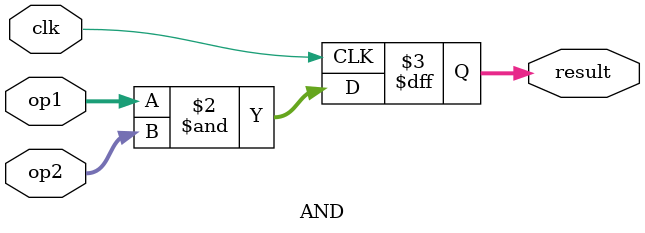
<source format=v>
module AND(clk,op1,op2,result);
    input clk ;
    input [31:0] op1;
    input [31:0]op2;
    output integer result;

    always @(posedge clk)
    begin
            result = op1 & op2;
        
    end
endmodule
</source>
